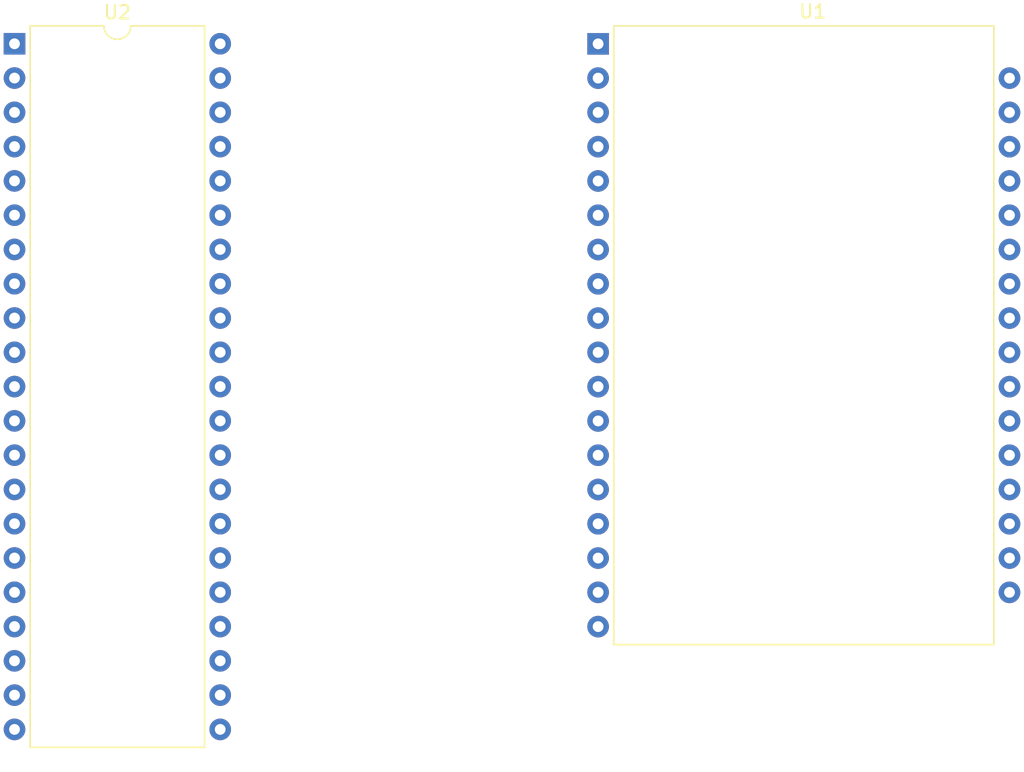
<source format=kicad_pcb>
(kicad_pcb (version 20211014) (generator pcbnew)
  (layers (0 "F.Cu" signal) (31 "B.Cu" signal) (34 "B.Paste" user) (35 "F.Paste" user) (36 "B.SilkS" user "B.Silkscreen") (37 "F.SilkS" user "F.Silkscreen") (38 "B.Mask" user) (39 "F.Mask" user) (44 "Edge.Cuts" user))
  (net 0 "")
  (footprint "Package_DIP:DIP-42_W15.24mm" (layer "F.Cu") (at 83.785 71.12)
    (fp_text reference "U2" (at 7.62 -2.33) (layer "F.SilkS"))
    (fp_text value "LM8363")
    (fp_line (start 14.08 -1.33) (end 8.62 -1.33) (layer "F.SilkS") (width 0.12))
    (fp_line (start 1.16 52.13) (end 14.08 52.13) (layer "F.SilkS") (width 0.12))
    (fp_line (start 14.08 52.13) (end 14.08 -1.33) (layer "F.SilkS") (width 0.12))
    (fp_line (start 1.16 -1.33) (end 1.16 52.13) (layer "F.SilkS") (width 0.12))
    (fp_line (start 6.62 -1.33) (end 1.16 -1.33) (layer "F.SilkS") (width 0.12))
    (fp_arc (start 8.62 -1.33) (mid 7.62 -0.33) (end 6.62 -1.33) (layer "F.SilkS") (width 0.12))
    (pad "1" thru_hole rect (at 0 0) (size 1.6 1.6) (drill 0.8) (layers *.Cu *.Mask))
    (pad "2" thru_hole oval (at 0 2.54) (size 1.6 1.6) (drill 0.8) (layers *.Cu *.Mask))
    (pad "3" thru_hole oval (at 0 5.08) (size 1.6 1.6) (drill 0.8) (layers *.Cu *.Mask))
    (pad "4" thru_hole oval (at 0 7.62) (size 1.6 1.6) (drill 0.8) (layers *.Cu *.Mask))
    (pad "5" thru_hole oval (at 0 10.16) (size 1.6 1.6) (drill 0.8) (layers *.Cu *.Mask))
    (pad "6" thru_hole oval (at 0 12.7) (size 1.6 1.6) (drill 0.8) (layers *.Cu *.Mask))
    (pad "7" thru_hole oval (at 0 15.24) (size 1.6 1.6) (drill 0.8) (layers *.Cu *.Mask))
    (pad "8" thru_hole oval (at 0 17.78) (size 1.6 1.6) (drill 0.8) (layers *.Cu *.Mask))
    (pad "9" thru_hole oval (at 0 20.32) (size 1.6 1.6) (drill 0.8) (layers *.Cu *.Mask))
    (pad "10" thru_hole oval (at 0 22.86) (size 1.6 1.6) (drill 0.8) (layers *.Cu *.Mask))
    (pad "11" thru_hole oval (at 0 25.4) (size 1.6 1.6) (drill 0.8) (layers *.Cu *.Mask))
    (pad "12" thru_hole oval (at 0 27.94) (size 1.6 1.6) (drill 0.8) (layers *.Cu *.Mask))
    (pad "13" thru_hole oval (at 0 30.48) (size 1.6 1.6) (drill 0.8) (layers *.Cu *.Mask))
    (pad "14" thru_hole oval (at 0 33.02) (size 1.6 1.6) (drill 0.8) (layers *.Cu *.Mask))
    (pad "15" thru_hole oval (at 0 35.56) (size 1.6 1.6) (drill 0.8) (layers *.Cu *.Mask))
    (pad "16" thru_hole oval (at 0 38.1) (size 1.6 1.6) (drill 0.8) (layers *.Cu *.Mask))
    (pad "17" thru_hole oval (at 0 40.64) (size 1.6 1.6) (drill 0.8) (layers *.Cu *.Mask))
    (pad "18" thru_hole oval (at 0 43.18) (size 1.6 1.6) (drill 0.8) (layers *.Cu *.Mask))
    (pad "19" thru_hole oval (at 0 45.72) (size 1.6 1.6) (drill 0.8) (layers *.Cu *.Mask))
    (pad "20" thru_hole oval (at 0 48.26) (size 1.6 1.6) (drill 0.8) (layers *.Cu *.Mask))
    (pad "21" thru_hole oval (at 0 50.8) (size 1.6 1.6) (drill 0.8) (layers *.Cu *.Mask))
    (pad "22" thru_hole oval (at 15.24 50.8) (size 1.6 1.6) (drill 0.8) (layers *.Cu *.Mask))
    (pad "23" thru_hole oval (at 15.24 48.26) (size 1.6 1.6) (drill 0.8) (layers *.Cu *.Mask))
    (pad "24" thru_hole oval (at 15.24 45.72) (size 1.6 1.6) (drill 0.8) (layers *.Cu *.Mask))
    (pad "25" thru_hole oval (at 15.24 43.18) (size 1.6 1.6) (drill 0.8) (layers *.Cu *.Mask))
    (pad "26" thru_hole oval (at 15.24 40.64) (size 1.6 1.6) (drill 0.8) (layers *.Cu *.Mask))
    (pad "27" thru_hole oval (at 15.24 38.1) (size 1.6 1.6) (drill 0.8) (layers *.Cu *.Mask))
    (pad "28" thru_hole oval (at 15.24 35.56) (size 1.6 1.6) (drill 0.8) (layers *.Cu *.Mask))
    (pad "29" thru_hole oval (at 15.24 33.02) (size 1.6 1.6) (drill 0.8) (layers *.Cu *.Mask))
    (pad "30" thru_hole oval (at 15.24 30.48) (size 1.6 1.6) (drill 0.8) (layers *.Cu *.Mask))
    (pad "31" thru_hole oval (at 15.24 27.94) (size 1.6 1.6) (drill 0.8) (layers *.Cu *.Mask))
    (pad "32" thru_hole oval (at 15.24 25.4) (size 1.6 1.6) (drill 0.8) (layers *.Cu *.Mask))
    (pad "33" thru_hole oval (at 15.24 22.86) (size 1.6 1.6) (drill 0.8) (layers *.Cu *.Mask))
    (pad "34" thru_hole oval (at 15.24 20.32) (size 1.6 1.6) (drill 0.8) (layers *.Cu *.Mask))
    (pad "35" thru_hole oval (at 15.24 17.78) (size 1.6 1.6) (drill 0.8) (layers *.Cu *.Mask))
    (pad "36" thru_hole oval (at 15.24 15.24) (size 1.6 1.6) (drill 0.8) (layers *.Cu *.Mask))
    (pad "37" thru_hole oval (at 15.24 12.7) (size 1.6 1.6) (drill 0.8) (layers *.Cu *.Mask))
    (pad "38" thru_hole oval (at 15.24 10.16) (size 1.6 1.6) (drill 0.8) (layers *.Cu *.Mask))
    (pad "39" thru_hole oval (at 15.24 7.62) (size 1.6 1.6) (drill 0.8) (layers *.Cu *.Mask))
    (pad "40" thru_hole oval (at 15.24 5.08) (size 1.6 1.6) (drill 0.8) (layers *.Cu *.Mask))
    (pad "41" thru_hole oval (at 15.24 2.54) (size 1.6 1.6) (drill 0.8) (layers *.Cu *.Mask))
    (pad "42" thru_hole oval (at 15.24 0) (size 1.6 1.6) (drill 0.8) (layers *.Cu *.Mask))
  )
  (footprint "hk-footprints:LD8164" (layer "F.Cu") (at 127.025 71.125)
    (fp_text reference "U1" (at 15.9 -2.4) (layer "F.SilkS"))
    (fp_text value "LD8164")
    (fp_line (start 1.16 44.51) (end 29.32 44.51) (layer "F.SilkS") (width 0.12))
    (fp_line (start 1.16 -1.33) (end 1.16 44.51) (layer "F.SilkS") (width 0.12))
    (fp_line (start 29.32 -1.33) (end 1.16 -1.33) (layer "F.SilkS") (width 0.12))
    (fp_line (start 29.32 44.51) (end 29.32 -1.33) (layer "F.SilkS") (width 0.12))
    (pad "1" thru_hole rect (at 0 0) (size 1.6 1.6) (drill 0.8) (layers *.Cu *.Mask))
    (pad "2" thru_hole oval (at 0 2.54) (size 1.6 1.6) (drill 0.8) (layers *.Cu *.Mask))
    (pad "3" thru_hole oval (at 0 5.08) (size 1.6 1.6) (drill 0.8) (layers *.Cu *.Mask))
    (pad "4" thru_hole oval (at 0 7.62) (size 1.6 1.6) (drill 0.8) (layers *.Cu *.Mask))
    (pad "5" thru_hole oval (at 0 10.16) (size 1.6 1.6) (drill 0.8) (layers *.Cu *.Mask))
    (pad "6" thru_hole oval (at 0 12.7) (size 1.6 1.6) (drill 0.8) (layers *.Cu *.Mask))
    (pad "7" thru_hole oval (at 0 15.24) (size 1.6 1.6) (drill 0.8) (layers *.Cu *.Mask))
    (pad "8" thru_hole oval (at 0 17.78) (size 1.6 1.6) (drill 0.8) (layers *.Cu *.Mask))
    (pad "9" thru_hole oval (at 0 20.32) (size 1.6 1.6) (drill 0.8) (layers *.Cu *.Mask))
    (pad "10" thru_hole oval (at 0 22.86) (size 1.6 1.6) (drill 0.8) (layers *.Cu *.Mask))
    (pad "11" thru_hole oval (at 0 25.4) (size 1.6 1.6) (drill 0.8) (layers *.Cu *.Mask))
    (pad "12" thru_hole oval (at 0 27.94) (size 1.6 1.6) (drill 0.8) (layers *.Cu *.Mask))
    (pad "13" thru_hole oval (at 0 30.48) (size 1.6 1.6) (drill 0.8) (layers *.Cu *.Mask))
    (pad "14" thru_hole oval (at 0 33.02) (size 1.6 1.6) (drill 0.8) (layers *.Cu *.Mask))
    (pad "15" thru_hole oval (at 0 35.56) (size 1.6 1.6) (drill 0.8) (layers *.Cu *.Mask))
    (pad "16" thru_hole oval (at 0 38.1) (size 1.6 1.6) (drill 0.8) (layers *.Cu *.Mask))
    (pad "17" thru_hole oval (at 0 40.64) (size 1.6 1.6) (drill 0.8) (layers *.Cu *.Mask))
    (pad "18" thru_hole oval (at 0 43.18) (size 1.6 1.6) (drill 0.8) (layers *.Cu *.Mask))
    (pad "19" thru_hole oval (at 30.48 40.64) (size 1.6 1.6) (drill 0.8) (layers *.Cu *.Mask))
    (pad "20" thru_hole oval (at 30.48 38.1) (size 1.6 1.6) (drill 0.8) (layers *.Cu *.Mask))
    (pad "21" thru_hole oval (at 30.48 35.56) (size 1.6 1.6) (drill 0.8) (layers *.Cu *.Mask))
    (pad "22" thru_hole oval (at 30.48 33.02) (size 1.6 1.6) (drill 0.8) (layers *.Cu *.Mask))
    (pad "23" thru_hole oval (at 30.48 30.48) (size 1.6 1.6) (drill 0.8) (layers *.Cu *.Mask))
    (pad "24" thru_hole oval (at 30.48 27.94) (size 1.6 1.6) (drill 0.8) (layers *.Cu *.Mask))
    (pad "25" thru_hole oval (at 30.48 25.4) (size 1.6 1.6) (drill 0.8) (layers *.Cu *.Mask))
    (pad "26" thru_hole oval (at 30.48 22.86) (size 1.6 1.6) (drill 0.8) (layers *.Cu *.Mask))
    (pad "27" thru_hole oval (at 30.48 20.32) (size 1.6 1.6) (drill 0.8) (layers *.Cu *.Mask))
    (pad "28" thru_hole oval (at 30.48 17.78) (size 1.6 1.6) (drill 0.8) (layers *.Cu *.Mask))
    (pad "29" thru_hole oval (at 30.48 15.24) (size 1.6 1.6) (drill 0.8) (layers *.Cu *.Mask))
    (pad "30" thru_hole oval (at 30.48 12.7) (size 1.6 1.6) (drill 0.8) (layers *.Cu *.Mask))
    (pad "31" thru_hole oval (at 30.48 10.16) (size 1.6 1.6) (drill 0.8) (layers *.Cu *.Mask))
    (pad "32" thru_hole oval (at 30.48 7.62) (size 1.6 1.6) (drill 0.8) (layers *.Cu *.Mask))
    (pad "33" thru_hole oval (at 30.48 5.08) (size 1.6 1.6) (drill 0.8) (layers *.Cu *.Mask))
    (pad "34" thru_hole oval (at 30.48 2.54) (size 1.6 1.6) (drill 0.8) (layers *.Cu *.Mask))
  )
)
</source>
